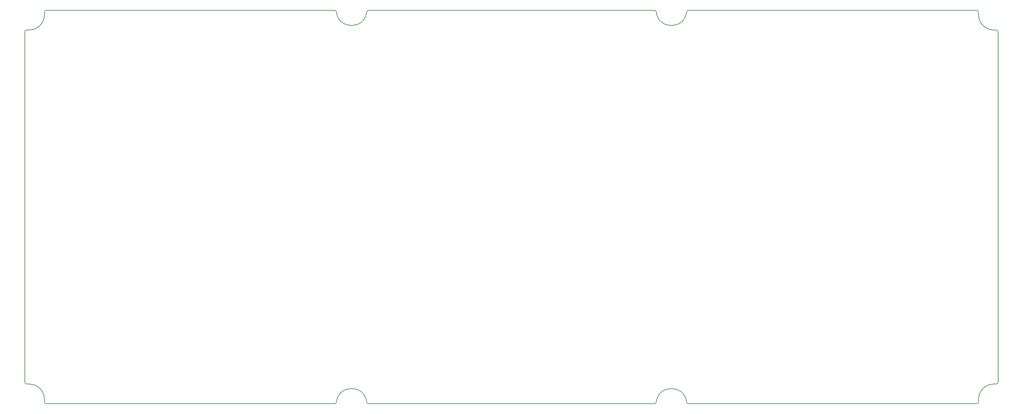
<source format=gbr>
%TF.GenerationSoftware,KiCad,Pcbnew,5.1.9+dfsg1-1*%
%TF.CreationDate,2021-12-19T00:26:22+01:00*%
%TF.ProjectId,okey65-pcb,6f6b6579-3635-42d7-9063-622e6b696361,rev?*%
%TF.SameCoordinates,Original*%
%TF.FileFunction,Profile,NP*%
%FSLAX46Y46*%
G04 Gerber Fmt 4.6, Leading zero omitted, Abs format (unit mm)*
G04 Created by KiCad (PCBNEW 5.1.9+dfsg1-1) date 2021-12-19 00:26:22*
%MOMM*%
%LPD*%
G01*
G04 APERTURE LIST*
%TA.AperFunction,Profile*%
%ADD10C,0.200000*%
%TD*%
G04 APERTURE END LIST*
D10*
X274256000Y-125862854D02*
X274927573Y-125862854D01*
X270256000Y-130534427D02*
X270256000Y-129862854D01*
X19777573Y-33456000D02*
X19777573Y-125362854D01*
X101130438Y-27784427D02*
X25449146Y-27784427D01*
X108602573Y-27784427D02*
X108602573Y-27784427D01*
X102602573Y-131034427D02*
X102602573Y-131034427D01*
X186602572Y-27784427D02*
X186602572Y-27784427D01*
X270256000Y-130534427D02*
G75*
G02*
X269756000Y-131034427I-500000J0D01*
G01*
X193577804Y-28228871D02*
G75*
G02*
X194074708Y-27784427I496904J-55556D01*
G01*
X269756000Y-27784427D02*
X194074708Y-27784427D01*
X185130437Y-27784427D02*
X110074709Y-27784427D01*
X24949146Y-28284427D02*
X24949146Y-28956000D01*
X20277573Y-125862854D02*
X20949146Y-125862854D01*
X186602572Y-131034427D02*
X186602572Y-131034427D01*
X101130439Y-27784427D02*
G75*
G02*
X101627342Y-28228872I-1J-500000D01*
G01*
X275427573Y-125362854D02*
X275427573Y-33456000D01*
X110074708Y-131034427D02*
G75*
G02*
X109577805Y-130589982I1J500000D01*
G01*
X20277573Y-125862854D02*
G75*
G02*
X19777573Y-125362854I0J500000D01*
G01*
X24949146Y-129862854D02*
X24949146Y-130534427D01*
X275427573Y-125362854D02*
G75*
G02*
X274927573Y-125862854I-500000J0D01*
G01*
X192602572Y-131034427D02*
X192602572Y-131034427D01*
X110074709Y-131034427D02*
X185130437Y-131034427D01*
X109577804Y-28228871D02*
G75*
G02*
X101627342Y-28228872I-3975231J444444D01*
G01*
X194074708Y-131034427D02*
X269756000Y-131034427D01*
X108602573Y-131034427D02*
X108602573Y-131034427D01*
X20949146Y-125862854D02*
G75*
G02*
X24949146Y-129862854I0J-4000000D01*
G01*
X24949146Y-28284427D02*
G75*
G02*
X25449146Y-27784427I500000J0D01*
G01*
X194074707Y-131034427D02*
G75*
G02*
X193577804Y-130589982I1J500000D01*
G01*
X19777573Y-33456000D02*
G75*
G02*
X20277573Y-32956000I500000J0D01*
G01*
X185627341Y-130589983D02*
G75*
G02*
X185130437Y-131034427I-496904J55556D01*
G01*
X102602573Y-27784427D02*
X102602573Y-27784427D01*
X269756000Y-27784427D02*
G75*
G02*
X270256000Y-28284427I0J-500000D01*
G01*
X270256000Y-129862854D02*
G75*
G02*
X274256000Y-125862854I4000000J0D01*
G01*
X101627341Y-130589983D02*
G75*
G02*
X109577805Y-130589982I3975232J-444444D01*
G01*
X193577803Y-28228871D02*
G75*
G02*
X185627341Y-28228872I-3975231J444444D01*
G01*
X185130438Y-27784427D02*
G75*
G02*
X185627341Y-28228872I-1J-500000D01*
G01*
X274927573Y-32956000D02*
G75*
G02*
X275427573Y-33456000I0J-500000D01*
G01*
X192602572Y-27784427D02*
X192602572Y-27784427D01*
X274927573Y-32956000D02*
X274256000Y-32956000D01*
X24949146Y-28956000D02*
G75*
G02*
X20949146Y-32956000I-4000000J0D01*
G01*
X274256000Y-32956000D02*
G75*
G02*
X270256000Y-28956000I0J4000000D01*
G01*
X185627340Y-130589983D02*
G75*
G02*
X193577804Y-130589982I3975232J-444444D01*
G01*
X25449146Y-131034427D02*
X101130438Y-131034427D01*
X109577805Y-28228871D02*
G75*
G02*
X110074709Y-27784427I496904J-55556D01*
G01*
X20949146Y-32956000D02*
X20277573Y-32956000D01*
X101627342Y-130589983D02*
G75*
G02*
X101130438Y-131034427I-496904J55556D01*
G01*
X25449146Y-131034427D02*
G75*
G02*
X24949146Y-130534427I0J500000D01*
G01*
X270256000Y-28956000D02*
X270256000Y-28284427D01*
M02*

</source>
